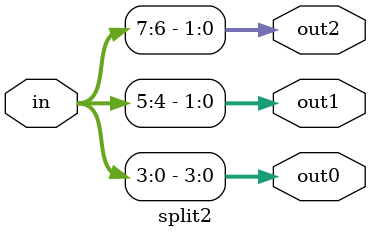
<source format=v>
module split2(input [8-1:0] in, output [4-1:0] out0, output [2-1:0] out1, output [2-1:0] out2);
  assign out0 = in[4-1:0];
  assign out1 = in[6-1:4];
  assign out2 = in[8-1:6];
endmodule

</source>
